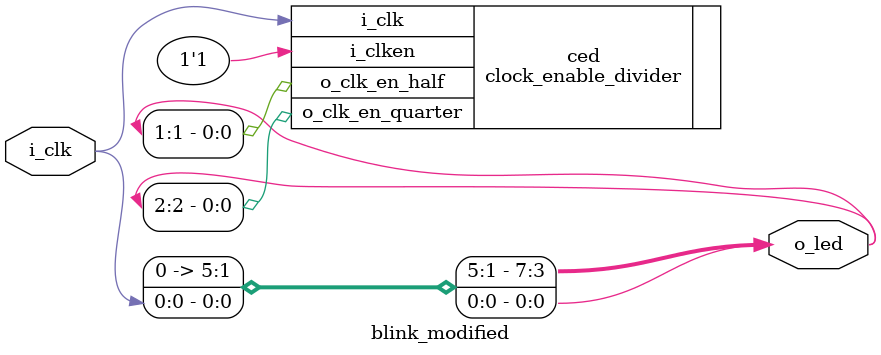
<source format=v>
module blink_modified
	(
		input i_clk,  // 50MHz input clock
		output [7:0] o_led  // LED output
	);
	
	wire [10:0] ced_quarter;
	
	wire half;
	wire quarter;
	
	reg lengthen_quarter = 0;
	reg lengthen_half = 0;
	
	clock_enable_divider ced
	(
		.i_clk(i_clk),
		.i_clken(1'b1),
		.o_clk_en_half(o_led[1]),
		.o_clk_en_quarter(o_led[2])
		);

	always @(posedge i_clk)
	begin
		if (quarter)
		begin
			lengthen_quarter <= ~lengthen_quarter;
		end
		
		if (half)
		begin
			lengthen_half <= ~lengthen_half;
		end
	end
	
	assign o_led[0] = i_clk;
	assign o_led[7:3] = 5'd0;
endmodule
</source>
